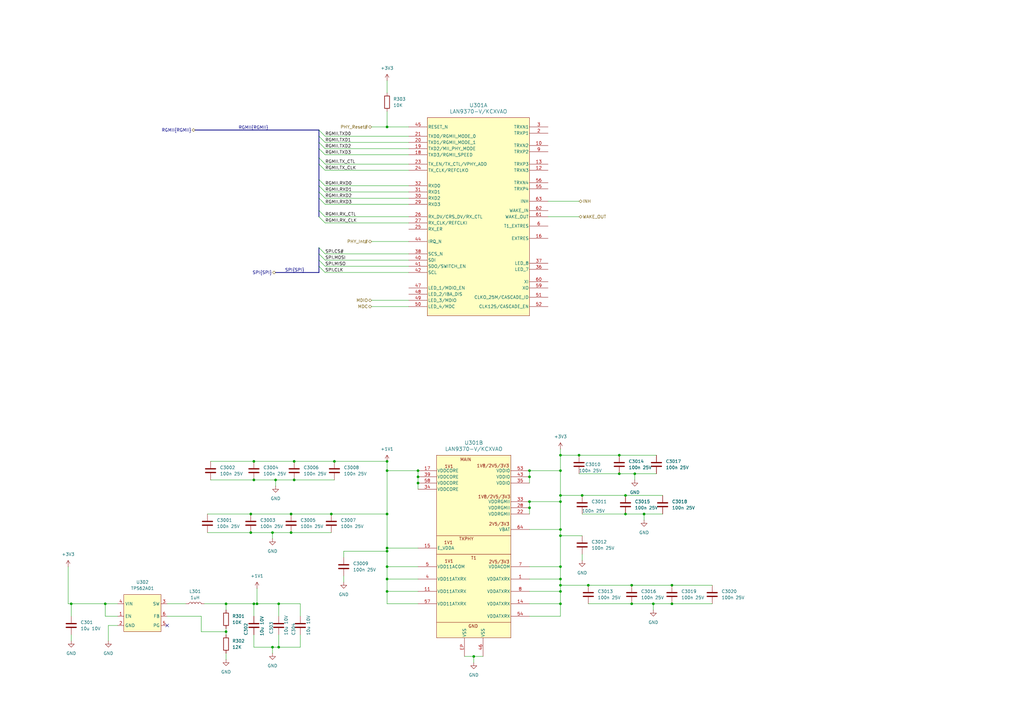
<source format=kicad_sch>
(kicad_sch (version 20231120) (generator "eeschema") (generator_version "8.0")
  (paper "A3")
  (lib_symbols
    (symbol "bt_Inductors:L;1uH;3.1A;55m;S;0805" (pin_numbers hide) (pin_names (offset 1.016) hide)
      (property "Reference" "L" (at -1.27 0 90))
      (property "Value" "1uH" (at 1.905 0 90))
      (symbol "L;1uH;3.1A;55m;S;0805_0_1"
        (arc (start 0 -2.54) (mid 0.6323 -1.905) (end 0 -1.27))
        (arc (start 0 -1.27) (mid 0.6323 -0.635) (end 0 0))
        (arc (start 0 0) (mid 0.6323 0.635) (end 0 1.27))
        (arc (start 0 1.27) (mid 0.6323 1.905) (end 0 2.54))
      )
      (symbol "L;1uH;3.1A;55m;S;0805_1_1"
        (pin passive line (at 0 3.81 270) (length 1.27) (name "1") (number "1"))
        (pin passive line (at 0 -3.81 90) (length 1.27) (name "2") (number "2"))
      )
    )
    (symbol "bt_capacitor:C;M;100n;10p;16V;S;0402" (pin_numbers hide) (pin_names (offset 0.254))
      (property "Reference" "C" (at 0.635 2.54 0))
      (property "Value" "100n 25V" (at 4.635 -2.54 0))
      (symbol "C;M;100n;10p;16V;S;0402_0_1"
        (polyline (pts (xy -2.032 -0.762) (xy 2.032 -0.762)) (stroke (width 0.508)))
        (polyline (pts (xy -2.032 0.762) (xy 2.032 0.762)) (stroke (width 0.508)))
      )
      (symbol "C;M;100n;10p;16V;S;0402_1_1"
        (pin passive line (at 0 3.81 270) (length 2.794) (name "~") (number "1"))
        (pin passive line (at 0 -3.81 90) (length 2.794) (name "~") (number "2"))
      )
    )
    (symbol "bt_capacitor:C;M;10u;10p;10V;S;0603" (pin_numbers hide) (pin_names (offset 0.254))
      (property "Reference" "C" (at 0.635 2.54 0))
      (property "Value" "10u 10V" (at 4.635 -2.54 0))
      (symbol "C;M;10u;10p;10V;S;0603_0_1"
        (polyline (pts (xy -2.032 -0.762) (xy 2.032 -0.762)) (stroke (width 0.508)))
        (polyline (pts (xy -2.032 0.762) (xy 2.032 0.762)) (stroke (width 0.508)))
      )
      (symbol "C;M;10u;10p;10V;S;0603_1_1"
        (pin passive line (at 0 3.81 270) (length 2.794) (name "~") (number "1"))
        (pin passive line (at 0 -3.81 90) (length 2.794) (name "~") (number "2"))
      )
    )
    (symbol "bt_communication:LAN9370-V_KCXVAO" (pin_names (offset 0.254))
      (property "Reference" "U" (at 30.988 1.524 0))
      (property "Value" "LAN9370-V/KCXVAO" (at 12.446 1.27 0))
      (symbol "LAN9370-V_KCXVAO_1_1"
        (rectangle (start 0 0) (end 41.91 -81.28) (fill (type background)))
        (pin unspecified line (at 49.53 -11.43 180) (length 7.62) (name "TRXN2") (number "10"))
        (pin unspecified line (at 49.53 -21.59 180) (length 7.62) (name "TRXN3") (number "12"))
        (pin unspecified line (at 49.53 -19.05 180) (length 7.62) (name "TRXP3") (number "13"))
        (pin unspecified line (at 49.53 -49.53 180) (length 7.62) (name "EXTRES") (number "16"))
        (pin output line (at -7.62 -15.24 0) (length 7.62) (name "TXD3/RGMII_SPEED") (number "18"))
        (pin output line (at -7.62 -12.7 0) (length 7.62) (name "TXD2/MII_PHY_MODE") (number "19"))
        (pin unspecified line (at 49.53 -6.35 180) (length 7.62) (name "TRXP1") (number "2"))
        (pin output line (at -7.62 -10.16 0) (length 7.62) (name "TXD1/RGMII_MODE_1") (number "20"))
        (pin output line (at -7.62 -7.62 0) (length 7.62) (name "TXD0/RGMII_MODE_0") (number "21"))
        (pin bidirectional line (at -7.62 -19.05 0) (length 7.62) (name "TX_EN/TX_CTL/VPHY_ADD") (number "23"))
        (pin bidirectional line (at -7.62 -21.59 0) (length 7.62) (name "TX_CLK/REFCLKO") (number "24"))
        (pin input line (at -7.62 -45.72 0) (length 7.62) (name "RX_ER") (number "25"))
        (pin input line (at -7.62 -40.64 0) (length 7.62) (name "RX_DV/CRS_DV/RX_CTL") (number "26"))
        (pin bidirectional line (at -7.62 -43.18 0) (length 7.62) (name "RX_CLK/REFCLKI") (number "27"))
        (pin input line (at -7.62 -35.56 0) (length 7.62) (name "RXD3") (number "29"))
        (pin unspecified line (at 49.53 -3.81 180) (length 7.62) (name "TRXN1") (number "3"))
        (pin input line (at -7.62 -33.02 0) (length 7.62) (name "RXD2") (number "30"))
        (pin input line (at -7.62 -30.48 0) (length 7.62) (name "RXD1") (number "31"))
        (pin input line (at -7.62 -27.94 0) (length 7.62) (name "RXD0") (number "32"))
        (pin bidirectional line (at 49.53 -62.23 180) (length 7.62) (name "LED_7") (number "36"))
        (pin bidirectional line (at 49.53 -59.69 180) (length 7.62) (name "LED_8") (number "37"))
        (pin input line (at -7.62 -55.88 0) (length 7.62) (name "SCS_N") (number "38"))
        (pin output line (at -7.62 -58.42 0) (length 7.62) (name "SDI") (number "40"))
        (pin input line (at -7.62 -60.96 0) (length 7.62) (name "SDO/SWITCH_EN") (number "41"))
        (pin input line (at -7.62 -63.5 0) (length 7.62) (name "SCL") (number "42"))
        (pin output line (at -7.62 -50.8 0) (length 7.62) (name "IRQ_N") (number "44"))
        (pin input line (at -7.62 -3.81 0) (length 7.62) (name "RESET_N") (number "45"))
        (pin bidirectional line (at -7.62 -69.85 0) (length 7.62) (name "LED_1/MDIO_EN") (number "47"))
        (pin bidirectional line (at -7.62 -72.39 0) (length 7.62) (name "LED_2/IBA_DIS") (number "48"))
        (pin bidirectional line (at -7.62 -74.93 0) (length 7.62) (name "LED_3/MDIO") (number "49"))
        (pin bidirectional line (at -7.62 -77.47 0) (length 7.62) (name "LED_4/MDC") (number "50"))
        (pin output line (at 49.53 -73.66 180) (length 7.62) (name "CLKO_25M/CASCADE_ID") (number "51"))
        (pin output line (at 49.53 -77.47 180) (length 7.62) (name "CLK125/CASCADE_EN") (number "52"))
        (pin unspecified line (at 49.53 -29.21 180) (length 7.62) (name "TRXP4") (number "55"))
        (pin unspecified line (at 49.53 -26.67 180) (length 7.62) (name "TRXN4") (number "56"))
        (pin output line (at 49.53 -69.85 180) (length 7.62) (name "XO") (number "59"))
        (pin unspecified line (at 49.53 -44.45 180) (length 7.62) (name "T1_EXTRES") (number "6"))
        (pin input line (at 49.53 -67.31 180) (length 7.62) (name "XI") (number "60"))
        (pin output line (at 49.53 -40.64 180) (length 7.62) (name "WAKE_OUT") (number "61"))
        (pin input line (at 49.53 -38.1 180) (length 7.62) (name "WAKE_IN") (number "62"))
        (pin input line (at 49.53 -34.29 180) (length 7.62) (name "INH") (number "63"))
        (pin unspecified line (at 49.53 -13.97 180) (length 7.62) (name "TRXP2") (number "9"))
      )
      (symbol "LAN9370-V_KCXVAO_2_1"
        (polyline (pts (xy 0 -40.64) (xy 30.48 -40.64)))
        (polyline (pts (xy 30.48 -68.58) (xy 0 -68.58)))
        (polyline (pts (xy 30.48 -33.02) (xy 0 -33.02)))
        (rectangle (start 0 0) (end 30.48 -74.93) (fill (type background)))
        (text "1V1" (at 4.826 -35.814 0) (effects (font (size 1.27 1.27))))
        (text "1V1" (at 5.08 -43.434 0) (effects (font (size 1.27 1.27))))
        (text "1V1" (at 5.08 -4.572 0) (effects (font (size 1.27 1.27))))
        (text "1V8/2V5/3V3" (at 23.114 -4.318 0) (effects (font (size 1.27 1.27))))
        (text "1V8/2V5/3V3" (at 23.622 -17.018 0) (effects (font (size 1.27 1.27))))
        (text "2V5/3V3" (at 25.654 -43.688 0) (effects (font (size 1.27 1.27))))
        (text "2V5/3V3" (at 25.654 -28.194 0) (effects (font (size 1.27 1.27))))
        (text "GND" (at 14.986 -70.104 0) (effects (font (size 1.27 1.27))))
        (text "MAIN" (at 11.938 -1.778 0) (effects (font (size 1.27 1.27))))
        (text "T1" (at 15.24 -42.164 0) (effects (font (size 1.27 1.27))))
        (text "TXPHY" (at 12.192 -34.29 0) (effects (font (size 1.27 1.27))))
        (pin power_in line (at 38.1 -50.8 180) (length 7.62) (name "VDDATXRX") (number "1"))
        (pin power_in line (at -7.62 -55.88 0) (length 7.62) (name "VDD11ATXRX") (number "11"))
        (pin power_in line (at 38.1 -60.96 180) (length 7.62) (name "VDDATXRX") (number "14"))
        (pin power_in line (at -7.62 -38.1 0) (length 7.62) (name "E_VDDA") (number "15"))
        (pin power_in line (at -7.62 -6.35 0) (length 7.62) (name "VDDCORE") (number "17"))
        (pin power_in line (at 38.1 -24.13 180) (length 7.62) (name "VDDRGMII") (number "22"))
        (pin power_in line (at 38.1 -21.59 180) (length 7.62) (name "VDDRGMII") (number "28"))
        (pin power_in line (at 38.1 -19.05 180) (length 7.62) (name "VDDRGMII") (number "33"))
        (pin power_in line (at -7.62 -13.97 0) (length 7.62) (name "VDDCORE") (number "34"))
        (pin power_in line (at 38.1 -11.43 180) (length 7.62) (name "VDDIO") (number "35"))
        (pin power_in line (at -7.62 -8.89 0) (length 7.62) (name "VDDCORE") (number "39"))
        (pin power_in line (at -7.62 -50.8 0) (length 7.62) (name "VDD11ATXRX") (number "4"))
        (pin power_in line (at 38.1 -8.89 180) (length 7.62) (name "VDDIO") (number "43"))
        (pin power_out line (at 19.05 -82.55 90) (length 7.62) (name "VSS") (number "46"))
        (pin power_in line (at -7.62 -45.72 0) (length 7.62) (name "VDD11ACOM") (number "5"))
        (pin power_in line (at 38.1 -6.35 180) (length 7.62) (name "VDDIO") (number "53"))
        (pin power_in line (at 38.1 -66.04 180) (length 7.62) (name "VDDATXRX") (number "54"))
        (pin power_in line (at -7.62 -60.96 0) (length 7.62) (name "VDD11ATXRX") (number "57"))
        (pin power_in line (at -7.62 -11.43 0) (length 7.62) (name "VDDCORE") (number "58"))
        (pin power_in line (at 38.1 -30.48 180) (length 7.62) (name "VBAT") (number "64"))
        (pin power_in line (at 38.1 -45.72 180) (length 7.62) (name "VDDACOM") (number "7"))
        (pin power_in line (at 38.1 -55.88 180) (length 7.62) (name "VDDATXRX") (number "8"))
        (pin power_out line (at 11.43 -82.55 90) (length 7.62) (name "VSS") (number "EP"))
      )
    )
    (symbol "bt_power:TPS62A01_SOT23"
      (property "Reference" "U" (at -6.35 7.62 0))
      (property "Value" "TPS62A01" (at -0.762 4.572 0))
      (symbol "TPS62A01_SOT23_0_1"
        (rectangle (start -7.62 6.35) (end 7.62 -8.89) (fill (type background)))
      )
      (symbol "TPS62A01_SOT23_1_0"
        (pin input line (at -10.16 -2.54 0) (length 2.54) (name "EN") (number "1"))
        (pin power_in line (at -10.16 -6.35 0) (length 2.54) (name "GND") (number "2"))
        (pin power_out line (at 10.16 2.54 180) (length 2.54) (name "SW") (number "3"))
        (pin power_in line (at -10.16 2.54 0) (length 2.54) (name "VIN") (number "4"))
        (pin open_collector line (at 10.16 -6.35 180) (length 2.54) (name "PG") (number "5"))
        (pin input line (at 10.16 -2.54 180) (length 2.54) (name "FB") (number "6"))
      )
    )
    (symbol "bt_resistors:R;G;10K;10P0;S;0603" (pin_numbers hide) (pin_names (offset 0))
      (property "Reference" "R" (at 2.032 0 90))
      (property "Value" "10K" (at 0 0 90))
      (symbol "R;G;10K;10P0;S;0603_0_1"
        (rectangle (start -1.016 -2.54) (end 1.016 2.54) (stroke (width 0.254)))
      )
      (symbol "R;G;10K;10P0;S;0603_1_1"
        (pin passive line (at 0 3.81 270) (length 1.27) (name "~") (number "1"))
        (pin passive line (at 0 -3.81 90) (length 1.27) (name "~") (number "2"))
      )
    )
    (symbol "bt_resistors:R;G;12K;10P0;S;0603" (pin_numbers hide) (pin_names (offset 0))
      (property "Reference" "R" (at 2.032 0 90))
      (property "Value" "12K" (at 0 0 90))
      (symbol "R;G;12K;10P0;S;0603_0_1"
        (rectangle (start -1.016 -2.54) (end 1.016 2.54) (stroke (width 0.254)))
      )
      (symbol "R;G;12K;10P0;S;0603_1_1"
        (pin passive line (at 0 3.81 270) (length 1.27) (name "~") (number "1"))
        (pin passive line (at 0 -3.81 90) (length 1.27) (name "~") (number "2"))
      )
    )
    (symbol "power:+1V1" (power) (pin_numbers hide) (pin_names (offset 0) hide)
      (property "Value" "+1V1" (at 0 3.556 0))
      (symbol "+1V1_0_1"
        (polyline (pts (xy -0.762 1.27) (xy 0 2.54)))
        (polyline (pts (xy 0 0) (xy 0 2.54)))
        (polyline (pts (xy 0 2.54) (xy 0.762 1.27)))
      )
      (symbol "+1V1_1_1"
        (pin power_in line (at 0 0 90) (length 0) (name "~") (number "1"))
      )
    )
    (symbol "power:+3.3V" (power) (pin_numbers hide) (pin_names (offset 0) hide)
      (property "Value" "+3.3V" (at 0 3.556 0))
      (symbol "+3.3V_0_1"
        (polyline (pts (xy -0.762 1.27) (xy 0 2.54)))
        (polyline (pts (xy 0 0) (xy 0 2.54)))
        (polyline (pts (xy 0 2.54) (xy 0.762 1.27)))
      )
      (symbol "+3.3V_1_1"
        (pin power_in line (at 0 0 90) (length 0) (name "~") (number "1"))
      )
    )
    (symbol "power:GND" (power) (pin_numbers hide) (pin_names (offset 0) hide)
      (property "Value" "GND" (at 0 -3.81 0))
      (symbol "GND_0_1"
        (polyline (pts (xy 0 0) (xy 0 -1.27) (xy 1.27 -1.27) (xy 0 -2.54) (xy -1.27 -1.27) (xy 0 -1.27)))
      )
      (symbol "GND_1_1"
        (pin power_in line (at 0 0 270) (length 0) (name "~") (number "1"))
      )
    )
  )
  (bus_alias "SPI" (members "CLK" "MISO" "MOSI" "CS#"))
  (junction (at 119.38 210.82))
  (junction (at 105.41 247.65))
  (junction (at 158.75 189.23))
  (junction (at 171.45 198.12))
  (junction (at 104.14 247.65))
  (junction (at 229.87 240.03))
  (junction (at 259.08 247.65))
  (junction (at 267.97 247.65))
  (junction (at 256.54 210.82))
  (junction (at 229.87 232.41))
  (junction (at 254 194.31))
  (junction (at 217.17 193.04))
  (junction (at 264.16 210.82))
  (junction (at 102.87 218.44))
  (junction (at 29.21 247.65))
  (junction (at 229.87 203.2))
  (junction (at 171.45 195.58))
  (junction (at 92.71 259.08))
  (junction (at 229.87 247.65))
  (junction (at 275.59 247.65))
  (junction (at 171.45 193.04))
  (junction (at 158.75 210.82))
  (junction (at 120.65 189.23))
  (junction (at 254 186.69))
  (junction (at 229.87 219.71))
  (junction (at 158.75 52.07))
  (junction (at 104.14 196.85))
  (junction (at 275.59 240.03))
  (junction (at 194.31 269.24))
  (junction (at 111.76 265.43))
  (junction (at 111.76 218.44))
  (junction (at 158.75 193.04))
  (junction (at 158.75 224.79))
  (junction (at 104.14 189.23))
  (junction (at 119.38 218.44))
  (junction (at 137.16 189.23))
  (junction (at 43.18 247.65))
  (junction (at 114.3 247.65))
  (junction (at 241.3 240.03))
  (junction (at 102.87 210.82))
  (junction (at 259.08 240.03))
  (junction (at 120.65 196.85))
  (junction (at 256.54 203.2))
  (junction (at 229.87 217.17))
  (junction (at 260.35 194.31))
  (junction (at 237.49 186.69))
  (junction (at 158.75 237.49))
  (junction (at 217.17 195.58))
  (junction (at 113.03 196.85))
  (junction (at 114.3 265.43))
  (junction (at 158.75 232.41))
  (junction (at 217.17 205.74))
  (junction (at 135.89 210.82))
  (junction (at 158.75 242.57))
  (junction (at 158.75 226.06))
  (junction (at 229.87 205.74))
  (junction (at 229.87 186.69))
  (junction (at 217.17 208.28))
  (junction (at 229.87 193.04))
  (junction (at 92.71 247.65))
  (junction (at 238.76 203.2))
  (junction (at 229.87 237.49))
  (junction (at 229.87 242.57))
  (no_connect (at 68.58 256.54))
  (bus_entry (at 130.81 73.66) (size 2.54 2.54))
  (bus_entry (at 130.81 67.31) (size 2.54 2.54))
  (bus_entry (at 130.81 81.28) (size 2.54 2.54))
  (bus_entry (at 130.81 101.6) (size 2.54 2.54))
  (bus_entry (at 130.81 86.36) (size 2.54 2.54))
  (bus_entry (at 130.81 53.34) (size 2.54 2.54))
  (bus_entry (at 130.81 88.9) (size 2.54 2.54))
  (bus_entry (at 130.81 106.68) (size 2.54 2.54))
  (bus_entry (at 130.81 55.88) (size 2.54 2.54))
  (bus_entry (at 130.81 60.96) (size 2.54 2.54))
  (bus_entry (at 130.81 58.42) (size 2.54 2.54))
  (bus_entry (at 130.81 104.14) (size 2.54 2.54))
  (bus_entry (at 130.81 78.74) (size 2.54 2.54))
  (bus_entry (at 130.81 76.2) (size 2.54 2.54))
  (bus_entry (at 130.81 64.77) (size 2.54 2.54))
  (bus_entry (at 130.81 109.22) (size 2.54 2.54))
  (wire (pts (xy 229.87 240.03) (xy 241.3 240.03)))
  (bus (pts (xy 130.81 86.36) (xy 130.81 81.28)))
  (wire (pts (xy 135.89 210.82) (xy 158.75 210.82)))
  (wire (pts (xy 241.3 247.65) (xy 259.08 247.65)))
  (wire (pts (xy 92.71 259.08) (xy 82.55 259.08)))
  (wire (pts (xy 133.35 106.68) (xy 167.64 106.68)))
  (wire (pts (xy 29.21 260.35) (xy 29.21 262.89)))
  (wire (pts (xy 158.75 45.72) (xy 158.75 52.07)))
  (wire (pts (xy 158.75 52.07) (xy 152.4 52.07)))
  (bus (pts (xy 130.81 76.2) (xy 130.81 73.66)))
  (wire (pts (xy 133.35 60.96) (xy 167.64 60.96)))
  (wire (pts (xy 92.71 267.97) (xy 92.71 270.51)))
  (wire (pts (xy 140.97 236.22) (xy 140.97 238.76)))
  (wire (pts (xy 264.16 210.82) (xy 271.78 210.82)))
  (wire (pts (xy 229.87 193.04) (xy 229.87 203.2)))
  (wire (pts (xy 48.26 252.73) (xy 43.18 252.73)))
  (wire (pts (xy 104.14 196.85) (xy 113.03 196.85)))
  (wire (pts (xy 133.35 58.42) (xy 167.64 58.42)))
  (wire (pts (xy 104.14 252.73) (xy 104.14 247.65)))
  (wire (pts (xy 194.31 269.24) (xy 198.12 269.24)))
  (wire (pts (xy 229.87 240.03) (xy 229.87 242.57)))
  (wire (pts (xy 237.49 186.69) (xy 254 186.69)))
  (wire (pts (xy 229.87 203.2) (xy 229.87 205.74)))
  (wire (pts (xy 217.17 217.17) (xy 229.87 217.17)))
  (wire (pts (xy 123.19 265.43) (xy 114.3 265.43)))
  (wire (pts (xy 217.17 247.65) (xy 229.87 247.65)))
  (wire (pts (xy 229.87 219.71) (xy 229.87 232.41)))
  (wire (pts (xy 275.59 240.03) (xy 292.1 240.03)))
  (wire (pts (xy 85.09 210.82) (xy 102.87 210.82)))
  (wire (pts (xy 92.71 247.65) (xy 104.14 247.65)))
  (wire (pts (xy 171.45 193.04) (xy 171.45 195.58)))
  (wire (pts (xy 256.54 210.82) (xy 264.16 210.82)))
  (wire (pts (xy 229.87 242.57) (xy 229.87 247.65)))
  (wire (pts (xy 238.76 203.2) (xy 256.54 203.2)))
  (wire (pts (xy 133.35 67.31) (xy 167.64 67.31)))
  (wire (pts (xy 254 194.31) (xy 260.35 194.31)))
  (wire (pts (xy 133.35 55.88) (xy 167.64 55.88)))
  (wire (pts (xy 137.16 189.23) (xy 158.75 189.23)))
  (wire (pts (xy 133.35 83.82) (xy 167.64 83.82)))
  (wire (pts (xy 43.18 247.65) (xy 29.21 247.65)))
  (wire (pts (xy 105.41 247.65) (xy 114.3 247.65)))
  (wire (pts (xy 158.75 210.82) (xy 158.75 224.79)))
  (wire (pts (xy 267.97 247.65) (xy 275.59 247.65)))
  (wire (pts (xy 133.35 88.9) (xy 167.64 88.9)))
  (bus (pts (xy 130.81 109.22) (xy 130.81 106.68)))
  (wire (pts (xy 133.35 76.2) (xy 167.64 76.2)))
  (wire (pts (xy 27.94 232.41) (xy 27.94 247.65)))
  (wire (pts (xy 256.54 203.2) (xy 271.78 203.2)))
  (wire (pts (xy 133.35 91.44) (xy 167.64 91.44)))
  (wire (pts (xy 275.59 247.65) (xy 292.1 247.65)))
  (wire (pts (xy 167.64 52.07) (xy 158.75 52.07)))
  (wire (pts (xy 113.03 196.85) (xy 120.65 196.85)))
  (wire (pts (xy 158.75 226.06) (xy 158.75 232.41)))
  (wire (pts (xy 104.14 247.65) (xy 105.41 247.65)))
  (wire (pts (xy 158.75 232.41) (xy 158.75 237.49)))
  (wire (pts (xy 158.75 232.41) (xy 171.45 232.41)))
  (bus (pts (xy 130.81 104.14) (xy 130.81 101.6)))
  (wire (pts (xy 85.09 218.44) (xy 102.87 218.44)))
  (wire (pts (xy 158.75 242.57) (xy 171.45 242.57)))
  (wire (pts (xy 123.19 260.35) (xy 123.19 265.43)))
  (bus (pts (xy 130.81 58.42) (xy 130.81 55.88)))
  (wire (pts (xy 29.21 247.65) (xy 29.21 252.73)))
  (wire (pts (xy 113.03 196.85) (xy 113.03 199.39)))
  (wire (pts (xy 254 186.69) (xy 269.24 186.69)))
  (wire (pts (xy 167.64 125.73) (xy 152.4 125.73)))
  (wire (pts (xy 104.14 189.23) (xy 120.65 189.23)))
  (wire (pts (xy 167.64 123.19) (xy 152.4 123.19)))
  (wire (pts (xy 217.17 252.73) (xy 229.87 252.73)))
  (wire (pts (xy 229.87 205.74) (xy 229.87 217.17)))
  (wire (pts (xy 217.17 205.74) (xy 217.17 208.28)))
  (wire (pts (xy 224.79 82.55) (xy 237.49 82.55)))
  (wire (pts (xy 92.71 247.65) (xy 92.71 250.19)))
  (bus (pts (xy 130.81 109.22) (xy 130.81 111.76)))
  (wire (pts (xy 86.36 196.85) (xy 104.14 196.85)))
  (wire (pts (xy 229.87 184.15) (xy 229.87 186.69)))
  (wire (pts (xy 229.87 186.69) (xy 237.49 186.69)))
  (wire (pts (xy 224.79 88.9) (xy 237.49 88.9)))
  (wire (pts (xy 229.87 232.41) (xy 229.87 237.49)))
  (wire (pts (xy 217.17 237.49) (xy 229.87 237.49)))
  (wire (pts (xy 190.5 269.24) (xy 194.31 269.24)))
  (wire (pts (xy 111.76 265.43) (xy 104.14 265.43)))
  (wire (pts (xy 133.35 81.28) (xy 167.64 81.28)))
  (bus (pts (xy 130.81 88.9) (xy 130.81 86.36)))
  (wire (pts (xy 102.87 218.44) (xy 111.76 218.44)))
  (wire (pts (xy 158.75 193.04) (xy 171.45 193.04)))
  (wire (pts (xy 114.3 247.65) (xy 123.19 247.65)))
  (wire (pts (xy 133.35 109.22) (xy 167.64 109.22)))
  (wire (pts (xy 133.35 78.74) (xy 167.64 78.74)))
  (wire (pts (xy 237.49 194.31) (xy 254 194.31)))
  (wire (pts (xy 158.75 237.49) (xy 171.45 237.49)))
  (wire (pts (xy 229.87 186.69) (xy 229.87 193.04)))
  (wire (pts (xy 48.26 247.65) (xy 43.18 247.65)))
  (bus (pts (xy 130.81 81.28) (xy 130.81 78.74)))
  (wire (pts (xy 133.35 104.14) (xy 167.64 104.14)))
  (wire (pts (xy 158.75 242.57) (xy 158.75 247.65)))
  (wire (pts (xy 92.71 257.81) (xy 92.71 259.08)))
  (wire (pts (xy 44.45 256.54) (xy 44.45 262.89)))
  (wire (pts (xy 68.58 247.65) (xy 76.2 247.65)))
  (wire (pts (xy 217.17 232.41) (xy 229.87 232.41)))
  (wire (pts (xy 158.75 33.02) (xy 158.75 38.1)))
  (wire (pts (xy 267.97 247.65) (xy 267.97 250.19)))
  (bus (pts (xy 130.81 73.66) (xy 130.81 67.31)))
  (wire (pts (xy 102.87 210.82) (xy 119.38 210.82)))
  (bus (pts (xy 130.81 78.74) (xy 130.81 76.2)))
  (wire (pts (xy 238.76 227.33) (xy 238.76 229.87)))
  (wire (pts (xy 48.26 256.54) (xy 44.45 256.54)))
  (wire (pts (xy 43.18 252.73) (xy 43.18 247.65)))
  (wire (pts (xy 133.35 63.5) (xy 167.64 63.5)))
  (bus (pts (xy 130.81 64.77) (xy 130.81 60.96)))
  (bus (pts (xy 130.81 106.68) (xy 130.81 104.14)))
  (wire (pts (xy 171.45 198.12) (xy 171.45 200.66)))
  (wire (pts (xy 104.14 265.43) (xy 104.14 260.35)))
  (wire (pts (xy 29.21 247.65) (xy 27.94 247.65)))
  (wire (pts (xy 119.38 218.44) (xy 135.89 218.44)))
  (bus (pts (xy 113.03 111.76) (xy 130.81 111.76)))
  (wire (pts (xy 259.08 240.03) (xy 275.59 240.03)))
  (wire (pts (xy 140.97 226.06) (xy 158.75 226.06)))
  (wire (pts (xy 120.65 196.85) (xy 137.16 196.85)))
  (wire (pts (xy 86.36 189.23) (xy 104.14 189.23)))
  (wire (pts (xy 82.55 252.73) (xy 68.58 252.73)))
  (wire (pts (xy 171.45 195.58) (xy 171.45 198.12)))
  (wire (pts (xy 82.55 259.08) (xy 82.55 252.73)))
  (wire (pts (xy 238.76 210.82) (xy 256.54 210.82)))
  (wire (pts (xy 158.75 193.04) (xy 158.75 210.82)))
  (wire (pts (xy 260.35 194.31) (xy 260.35 196.85)))
  (bus (pts (xy 130.81 67.31) (xy 130.81 64.77)))
  (wire (pts (xy 105.41 241.3) (xy 105.41 247.65)))
  (bus (pts (xy 130.81 60.96) (xy 130.81 58.42)))
  (wire (pts (xy 217.17 193.04) (xy 217.17 195.58)))
  (wire (pts (xy 158.75 247.65) (xy 171.45 247.65)))
  (wire (pts (xy 119.38 210.82) (xy 135.89 210.82)))
  (wire (pts (xy 133.35 111.76) (xy 167.64 111.76)))
  (bus (pts (xy 130.81 55.88) (xy 130.81 53.34)))
  (wire (pts (xy 158.75 189.23) (xy 158.75 193.04)))
  (wire (pts (xy 158.75 224.79) (xy 171.45 224.79)))
  (wire (pts (xy 158.75 237.49) (xy 158.75 242.57)))
  (wire (pts (xy 120.65 189.23) (xy 137.16 189.23)))
  (wire (pts (xy 217.17 193.04) (xy 229.87 193.04)))
  (wire (pts (xy 260.35 194.31) (xy 269.24 194.31)))
  (wire (pts (xy 259.08 247.65) (xy 267.97 247.65)))
  (wire (pts (xy 217.17 208.28) (xy 217.17 210.82)))
  (wire (pts (xy 111.76 265.43) (xy 111.76 267.97)))
  (wire (pts (xy 229.87 219.71) (xy 238.76 219.71)))
  (wire (pts (xy 194.31 269.24) (xy 194.31 271.78)))
  (wire (pts (xy 229.87 237.49) (xy 229.87 240.03)))
  (wire (pts (xy 111.76 218.44) (xy 111.76 220.98)))
  (wire (pts (xy 92.71 259.08) (xy 92.71 260.35)))
  (wire (pts (xy 264.16 210.82) (xy 264.16 213.36)))
  (wire (pts (xy 167.64 99.06) (xy 152.4 99.06)))
  (wire (pts (xy 229.87 217.17) (xy 229.87 219.71)))
  (wire (pts (xy 83.82 247.65) (xy 92.71 247.65)))
  (wire (pts (xy 114.3 260.35) (xy 114.3 265.43)))
  (wire (pts (xy 217.17 195.58) (xy 217.17 198.12)))
  (wire (pts (xy 241.3 240.03) (xy 259.08 240.03)))
  (wire (pts (xy 229.87 203.2) (xy 238.76 203.2)))
  (wire (pts (xy 158.75 224.79) (xy 158.75 226.06)))
  (wire (pts (xy 123.19 247.65) (xy 123.19 252.73)))
  (wire (pts (xy 114.3 265.43) (xy 111.76 265.43)))
  (wire (pts (xy 229.87 247.65) (xy 229.87 252.73)))
  (wire (pts (xy 217.17 205.74) (xy 229.87 205.74)))
  (wire (pts (xy 133.35 69.85) (xy 167.64 69.85)))
  (wire (pts (xy 140.97 228.6) (xy 140.97 226.06)))
  (wire (pts (xy 114.3 247.65) (xy 114.3 252.73)))
  (wire (pts (xy 111.76 218.44) (xy 119.38 218.44)))
  (bus (pts (xy 80.01 53.34) (xy 130.81 53.34)))
  (wire (pts (xy 217.17 242.57) (xy 229.87 242.57)))
  (label "RGMII.TX_CTL" (at 133.35 67.31 0))
  (label "RGMII.TXD1" (at 133.35 58.42 0))
  (label "RGMII.RX_CLK" (at 133.35 91.44 0))
  (label "SPI.MISO" (at 133.35 109.22 0))
  (label "RGMII.RXD1" (at 133.35 78.74 0))
  (label "RGMII.TXD0" (at 133.35 55.88 0))
  (label "RGMII.RXD2" (at 133.35 81.28 0))
  (label "SPI.CLK" (at 133.35 111.76 0))
  (label "RGMII.TXD2" (at 133.35 60.96 0))
  (label "SPI{SPI}" (at 116.84 111.76 0))
  (label "RGMII{RGMII}" (at 97.79 53.34 0))
  (label "RGMII.TXD3" (at 133.35 63.5 0))
  (label "RGMII.RXD0" (at 133.35 76.2 0))
  (label "RGMII.RX_CTL" (at 133.35 88.9 0))
  (label "SPI.CS#" (at 133.35 104.14 0))
  (label "RGMII.TX_CLK" (at 133.35 69.85 0))
  (label "RGMII.RXD3" (at 133.35 83.82 0))
  (label "SPI.MOSI" (at 133.35 106.68 0))
  (hierarchical_label "WAKE_OUT" (shape bidirectional) (at 237.49 88.9 0))
  (hierarchical_label "PHY_Int#" (shape bidirectional) (at 152.4 99.06 180))
  (hierarchical_label "SPI{SPI}" (shape bidirectional) (at 113.03 111.76 180))
  (hierarchical_label "RGMII{RGMII}" (shape bidirectional) (at 80.01 53.34 180))
  (hierarchical_label "INH" (shape bidirectional) (at 237.49 82.55 0))
  (hierarchical_label "PHY_Reset#" (shape bidirectional) (at 152.4 52.07 180))
  (hierarchical_label "MDIO" (shape bidirectional) (at 152.4 123.19 180))
  (hierarchical_label "MDC" (shape bidirectional) (at 152.4 125.73 180))
  (symbol (lib_id "power:GND") (at 260.35 196.85 0) (unit 1)
    (property "Reference" "#PWR03005" (effects (hide yes)))
    (property "Value" "GND" (at 260.35 201.93 0))
    (property "Description" "Power symbol creates a global label with name \"GND\" , ground" (effects (hide yes)))
  )
  (symbol (lib_id "bt_capacitor:C;M;100n;10p;16V;S;0402") (at 135.89 214.63 0) (unit 1)
    (property "Reference" "C3007" (at 139.7 213.3599 0) (effects (justify left)))
    (property "Value" "100n 25V" (at 139.7 215.8999 0) (effects (justify left)))
    (property "Footprint" "Capacitor_SMD:C_0402_1005Metric" (effects (hide yes)))
    (property "Description" "Capacitor" (effects (hide yes)))
    (property "MPN" "C;M;100n;10p;16V;S;0402" (effects (hide yes)))
    (property "CPN" "BT00024-091000" (effects (hide yes)))
  )
  (symbol (lib_id "power:GND") (at 111.76 267.97 0) (unit 1)
    (property "Reference" "#PWR0306" (effects (hide yes)))
    (property "Value" "GND" (at 111.76 273.05 0))
    (property "Description" "Power symbol creates a global label with name \"GND\" , ground" (effects (hide yes)))
  )
  (symbol (lib_id "bt_capacitor:C;M;100n;10p;16V;S;0402") (at 237.49 190.5 0) (unit 1)
    (property "Reference" "C3010" (at 240.03 190.4999 0) (effects (justify left)))
    (property "Value" "100n 25V" (at 242.125 193.04 0))
    (property "Footprint" "Capacitor_SMD:C_0402_1005Metric" (effects (hide yes)))
    (property "Description" "Capacitor" (effects (hide yes)))
    (property "MPN" "C;M;100n;10p;16V;S;0402" (effects (hide yes)))
    (property "CPN" "BT00024-091000" (effects (hide yes)))
  )
  (symbol (lib_id "bt_capacitor:C;M;100n;10p;16V;S;0402") (at 254 190.5 0) (unit 1)
    (property "Reference" "C3014" (at 257.81 189.2299 0) (effects (justify left)))
    (property "Value" "100n 25V" (at 257.81 191.7699 0) (effects (justify left)))
    (property "Footprint" "Capacitor_SMD:C_0402_1005Metric" (effects (hide yes)))
    (property "Description" "Capacitor" (effects (hide yes)))
    (property "MPN" "C;M;100n;10p;16V;S;0402" (effects (hide yes)))
    (property "CPN" "BT00024-091000" (effects (hide yes)))
  )
  (symbol (lib_id "power:+3.3V") (at 158.75 33.02 0) (unit 1)
    (property "Reference" "#PWR0308" (effects (hide yes)))
    (property "Value" "+3V3" (at 158.75 27.94 0))
    (property "Description" "Power symbol creates a global label with name \"+3.3V\"" (effects (hide yes)))
  )
  (symbol (lib_id "power:GND") (at 194.31 271.78 0) (unit 1)
    (property "Reference" "#PWR0304" (effects (hide yes)))
    (property "Value" "GND" (at 194.31 276.86 0))
    (property "Description" "Power symbol creates a global label with name \"GND\" , ground" (effects (hide yes)))
  )
  (symbol (lib_id "bt_capacitor:C;M;100n;10p;16V;S;0402") (at 120.65 193.04 0) (unit 1)
    (property "Reference" "C3006" (at 124.46 191.7699 0) (effects (justify left)))
    (property "Value" "100n 25V" (at 124.46 194.3099 0) (effects (justify left)))
    (property "Footprint" "Capacitor_SMD:C_0402_1005Metric" (effects (hide yes)))
    (property "Description" "Capacitor" (effects (hide yes)))
    (property "MPN" "C;M;100n;10p;16V;S;0402" (effects (hide yes)))
    (property "CPN" "BT00024-091000" (effects (hide yes)))
  )
  (symbol (lib_id "bt_capacitor:C;M;100n;10p;16V;S;0402") (at 102.87 214.63 0) (unit 1)
    (property "Reference" "C3003" (at 106.68 213.3599 0) (effects (justify left)))
    (property "Value" "100n 25V" (at 106.68 215.8999 0) (effects (justify left)))
    (property "Footprint" "Capacitor_SMD:C_0402_1005Metric" (effects (hide yes)))
    (property "Description" "Capacitor" (effects (hide yes)))
    (property "MPN" "C;M;100n;10p;16V;S;0402" (effects (hide yes)))
    (property "CPN" "BT00024-091000" (effects (hide yes)))
  )
  (symbol (lib_id "bt_capacitor:C;M;100n;10p;16V;S;0402") (at 85.09 214.63 0) (unit 1)
    (property "Reference" "C3001" (at 88.9 213.3599 0) (effects (justify left)))
    (property "Value" "100n 25V" (at 88.9 215.8999 0) (effects (justify left)))
    (property "Footprint" "Capacitor_SMD:C_0402_1005Metric" (effects (hide yes)))
    (property "Description" "Capacitor" (effects (hide yes)))
    (property "MPN" "C;M;100n;10p;16V;S;0402" (effects (hide yes)))
    (property "CPN" "BT00024-091000" (effects (hide yes)))
  )
  (symbol (lib_id "power:GND") (at 29.21 262.89 0) (unit 1)
    (property "Reference" "#PWR0307" (effects (hide yes)))
    (property "Value" "GND" (at 29.21 267.97 0))
    (property "Description" "Power symbol creates a global label with name \"GND\" , ground" (effects (hide yes)))
  )
  (symbol (lib_id "bt_capacitor:C;M;100n;10p;16V;S;0402") (at 238.76 223.52 0) (unit 1)
    (property "Reference" "C3012" (at 242.57 222.2499 0) (effects (justify left)))
    (property "Value" "100n 25V" (at 242.57 224.7899 0) (effects (justify left)))
    (property "Footprint" "Capacitor_SMD:C_0402_1005Metric" (effects (hide yes)))
    (property "Description" "Capacitor" (effects (hide yes)))
    (property "MPN" "C;M;100n;10p;16V;S;0402" (effects (hide yes)))
    (property "CPN" "BT00024-091000" (effects (hide yes)))
  )
  (symbol (lib_id "bt_capacitor:C;M;100n;10p;16V;S;0402") (at 104.14 193.04 0) (unit 1)
    (property "Reference" "C3004" (at 107.95 191.7699 0) (effects (justify left)))
    (property "Value" "100n 25V" (at 107.95 194.3099 0) (effects (justify left)))
    (property "Footprint" "Capacitor_SMD:C_0402_1005Metric" (effects (hide yes)))
    (property "Description" "Capacitor" (effects (hide yes)))
    (property "MPN" "C;M;100n;10p;16V;S;0402" (effects (hide yes)))
    (property "CPN" "BT00024-091000" (effects (hide yes)))
  )
  (symbol (lib_id "power:GND") (at 92.71 270.51 0) (unit 1)
    (property "Reference" "#PWR0305" (effects (hide yes)))
    (property "Value" "GND" (at 92.71 275.59 0))
    (property "Description" "Power symbol creates a global label with name \"GND\" , ground" (effects (hide yes)))
  )
  (symbol (lib_id "bt_resistors:R;G;10K;10P0;S;0603") (at 158.75 41.91 0) (unit 1)
    (property "Reference" "R303" (at 161.29 40.6399 0) (effects (justify left)))
    (property "Value" "10K" (at 161.29 43.1799 0) (effects (justify left)))
    (property "Footprint" "Resistor_SMD:R_0603_1608Metric" (effects (hide yes)))
    (property "Description" "Resistor" (effects (hide yes)))
    (property "MPN" "R;G;10K;10P0;S;0603" (effects (hide yes)))
    (property "CPN" "BT00002-30100" (effects (hide yes)))
  )
  (symbol (lib_id "bt_capacitor:C;M;100n;10p;16V;S;0402") (at 137.16 193.04 0) (unit 1)
    (property "Reference" "C3008" (at 140.97 191.7699 0) (effects (justify left)))
    (property "Value" "100n 25V" (at 140.97 194.3099 0) (effects (justify left)))
    (property "Footprint" "Capacitor_SMD:C_0402_1005Metric" (effects (hide yes)))
    (property "Description" "Capacitor" (effects (hide yes)))
    (property "MPN" "C;M;100n;10p;16V;S;0402" (effects (hide yes)))
    (property "CPN" "BT00024-091000" (effects (hide yes)))
  )
  (symbol (lib_id "bt_power:TPS62A01_SOT23") (at 58.42 250.19 0) (unit 1)
    (property "Reference" "U302" (at 58.42 238.76 0))
    (property "Value" "TPS62A01" (at 58.42 241.3 0))
    (property "Footprint" "Package_TO_SOT_SMD:SOT-23-6" (effects (hide yes)))
    (property "Description" "TPS62A01 1A SOT-23" (effects (hide yes)))
    (property "CPN" "BT03005-00002" (effects (hide yes)))
    (property "MPN" "TPS62A01" (effects (hide yes)))
  )
  (symbol (lib_id "bt_capacitor:C;M;10u;10p;10V;S;0603") (at 104.14 256.54 0) (unit 1)
    (property "Reference" "C302" (at 100.838 260.604 90) (effects (justify left)))
    (property "Value" "10u 10V" (at 107.442 260.858 90) (effects (justify left)))
    (property "Footprint" "Capacitor_SMD:C_0603_1608Metric" (effects (hide yes)))
    (property "Description" "Capacitor" (effects (hide yes)))
    (property "MPN" "C;M;10u;10p;10V;S;0603" (effects (hide yes)))
    (property "CPN" "BT00010-060100" (effects (hide yes)))
  )
  (symbol (lib_id "bt_capacitor:C;M;100n;10p;16V;S;0402") (at 271.78 207.01 0) (unit 1)
    (property "Reference" "C3018" (at 275.59 205.7399 0) (effects (justify left)))
    (property "Value" "100n 25V" (at 275.59 208.2799 0) (effects (justify left)))
    (property "Footprint" "Capacitor_SMD:C_0402_1005Metric" (effects (hide yes)))
    (property "Description" "Capacitor" (effects (hide yes)))
    (property "MPN" "C;M;100n;10p;16V;S;0402" (effects (hide yes)))
    (property "CPN" "BT00024-091000" (effects (hide yes)))
  )
  (symbol (lib_id "power:+1V1") (at 105.41 241.3 0) (unit 1)
    (property "Reference" "#PWR0301" (effects (hide yes)))
    (property "Value" "+1V1" (at 105.41 236.22 0))
    (property "Description" "Power symbol creates a global label with name \"+1V1\"" (effects (hide yes)))
  )
  (symbol (lib_id "power:GND") (at 44.45 262.89 0) (unit 1)
    (property "Reference" "#PWR0303" (effects (hide yes)))
    (property "Value" "GND" (at 44.45 267.97 0))
    (property "Description" "Power symbol creates a global label with name \"GND\" , ground" (effects (hide yes)))
  )
  (symbol (lib_id "bt_capacitor:C;M;100n;10p;16V;S;0402") (at 275.59 243.84 0) (unit 1)
    (property "Reference" "C3019" (at 279.4 242.5699 0) (effects (justify left)))
    (property "Value" "100n 25V" (at 279.4 245.1099 0) (effects (justify left)))
    (property "Footprint" "Capacitor_SMD:C_0402_1005Metric" (effects (hide yes)))
    (property "Description" "Capacitor" (effects (hide yes)))
    (property "MPN" "C;M;100n;10p;16V;S;0402" (effects (hide yes)))
    (property "CPN" "BT00024-091000" (effects (hide yes)))
  )
  (symbol (lib_id "power:GND") (at 113.03 199.39 0) (unit 1)
    (property "Reference" "#PWR03007" (effects (hide yes)))
    (property "Value" "GND" (at 113.03 204.47 0))
    (property "Description" "Power symbol creates a global label with name \"GND\" , ground" (effects (hide yes)))
  )
  (symbol (lib_id "bt_capacitor:C;M;10u;10p;10V;S;0603") (at 123.19 256.54 0) (unit 1)
    (property "Reference" "C304" (at 120.396 260.604 90) (effects (justify left)))
    (property "Value" "10u 10V" (at 126.492 260.604 90) (effects (justify left)))
    (property "Footprint" "Capacitor_SMD:C_0603_1608Metric" (effects (hide yes)))
    (property "Description" "Capacitor" (effects (hide yes)))
    (property "MPN" "C;M;10u;10p;10V;S;0603" (effects (hide yes)))
    (property "CPN" "BT00010-060100" (effects (hide yes)))
  )
  (symbol (lib_id "power:+3.3V") (at 27.94 232.41 0) (unit 1)
    (property "Reference" "#PWR0302" (effects (hide yes)))
    (property "Value" "+3V3" (at 27.94 227.33 0))
    (property "Description" "Power symbol creates a global label with name \"+3.3V\"" (effects (hide yes)))
  )
  (symbol (lib_id "bt_capacitor:C;M;10u;10p;10V;S;0603") (at 29.21 256.54 0) (unit 1)
    (property "Reference" "C301" (at 33.02 255.2699 0) (effects (justify left)))
    (property "Value" "10u 10V" (at 33.02 257.8099 0) (effects (justify left)))
    (property "Footprint" "Capacitor_SMD:C_0603_1608Metric" (effects (hide yes)))
    (property "Description" "Capacitor" (effects (hide yes)))
    (property "MPN" "C;M;10u;10p;10V;S;0603" (effects (hide yes)))
    (property "CPN" "BT00010-060100" (effects (hide yes)))
  )
  (symbol (lib_id "power:GND") (at 267.97 250.19 0) (unit 1)
    (property "Reference" "#PWR03003" (effects (hide yes)))
    (property "Value" "GND" (at 267.97 255.27 0))
    (property "Description" "Power symbol creates a global label with name \"GND\" , ground" (effects (hide yes)))
  )
  (symbol (lib_id "bt_capacitor:C;M;100n;10p;16V;S;0402") (at 140.97 232.41 0) (unit 1)
    (property "Reference" "C3009" (at 144.78 231.1399 0) (effects (justify left)))
    (property "Value" "100n 25V" (at 144.78 233.6799 0) (effects (justify left)))
    (property "Footprint" "Capacitor_SMD:C_0402_1005Metric" (effects (hide yes)))
    (property "Description" "Capacitor" (effects (hide yes)))
    (property "MPN" "C;M;100n;10p;16V;S;0402" (effects (hide yes)))
    (property "CPN" "BT00024-091000" (effects (hide yes)))
  )
  (symbol (lib_id "bt_capacitor:C;M;100n;10p;16V;S;0402") (at 238.76 207.01 0) (unit 1)
    (property "Reference" "C3011" (at 242.57 205.7399 0) (effects (justify left)))
    (property "Value" "100n 25V" (at 243.395 209.55 0))
    (property "Footprint" "Capacitor_SMD:C_0402_1005Metric" (effects (hide yes)))
    (property "Description" "Capacitor" (effects (hide yes)))
    (property "MPN" "C;M;100n;10p;16V;S;0402" (effects (hide yes)))
    (property "CPN" "BT00024-091000" (effects (hide yes)))
  )
  (symbol (lib_id "bt_communication:LAN9370-V_KCXVAO") (at 179.07 186.69 0) (unit 2)
    (property "Reference" "U301" (at 194.31 181.61 0) (effects (font (size 1.524 1.524))))
    (property "Value" "LAN9370-V/KCXVAO" (at 194.31 184.15 0) (effects (font (size 1.524 1.524))))
    (property "Footprint" "bt_footprints:VQFN64_KCX_6.5X6.5EPAD_MCH" (effects (hide yes)))
    (property "Datasheet" "LAN9370-V/KCXVAO" (effects (hide yes)))
    (property "Description" "4 PORT T1 switch" (effects (hide yes)))
    (property "CPN" "BT02011-00001" (effects (hide yes)))
    (property "MPN" "LAN9370" (effects (hide yes)))
  )
  (symbol (lib_id "power:GND") (at 140.97 238.76 0) (unit 1)
    (property "Reference" "#PWR03009" (effects (hide yes)))
    (property "Value" "GND" (at 140.97 243.84 0))
    (property "Description" "Power symbol creates a global label with name \"GND\" , ground" (effects (hide yes)))
  )
  (symbol (lib_id "bt_capacitor:C;M;100n;10p;16V;S;0402") (at 119.38 214.63 0) (unit 1)
    (property "Reference" "C3005" (at 123.19 213.3599 0) (effects (justify left)))
    (property "Value" "100n 25V" (at 123.19 215.8999 0) (effects (justify left)))
    (property "Footprint" "Capacitor_SMD:C_0402_1005Metric" (effects (hide yes)))
    (property "Description" "Capacitor" (effects (hide yes)))
    (property "MPN" "C;M;100n;10p;16V;S;0402" (effects (hide yes)))
    (property "CPN" "BT00024-091000" (effects (hide yes)))
  )
  (symbol (lib_id "bt_communication:LAN9370-V_KCXVAO") (at 175.26 48.26 0) (unit 1)
    (property "Reference" "U301" (at 196.215 43.18 0) (effects (font (size 1.524 1.524))))
    (property "Value" "LAN9370-V/KCXVAO" (at 196.215 45.72 0) (effects (font (size 1.524 1.524))))
    (property "Footprint" "bt_footprints:VQFN64_KCX_6.5X6.5EPAD_MCH" (effects (hide yes)))
    (property "Datasheet" "LAN9370-V/KCXVAO" (effects (hide yes)))
    (property "Description" "4 PORT T1 switch" (effects (hide yes)))
    (property "CPN" "BT02011-00001" (effects (hide yes)))
    (property "MPN" "LAN9370" (effects (hide yes)))
  )
  (symbol (lib_id "bt_capacitor:C;M;100n;10p;16V;S;0402") (at 259.08 243.84 0) (unit 1)
    (property "Reference" "C3016" (at 262.89 242.5699 0) (effects (justify left)))
    (property "Value" "100n 25V" (at 262.89 245.1099 0) (effects (justify left)))
    (property "Footprint" "Capacitor_SMD:C_0402_1005Metric" (effects (hide yes)))
    (property "Description" "Capacitor" (effects (hide yes)))
    (property "MPN" "C;M;100n;10p;16V;S;0402" (effects (hide yes)))
    (property "CPN" "BT00024-091000" (effects (hide yes)))
  )
  (symbol (lib_id "bt_capacitor:C;M;100n;10p;16V;S;0402") (at 256.54 207.01 0) (unit 1)
    (property "Reference" "C3015" (at 260.35 205.7399 0) (effects (justify left)))
    (property "Value" "100n 25V" (at 260.35 208.2799 0) (effects (justify left)))
    (property "Footprint" "Capacitor_SMD:C_0402_1005Metric" (effects (hide yes)))
    (property "Description" "Capacitor" (effects (hide yes)))
    (property "MPN" "C;M;100n;10p;16V;S;0402" (effects (hide yes)))
    (property "CPN" "BT00024-091000" (effects (hide yes)))
  )
  (symbol (lib_id "power:GND") (at 238.76 229.87 0) (unit 1)
    (property "Reference" "#PWR03006" (effects (hide yes)))
    (property "Value" "GND" (at 238.76 234.95 0))
    (property "Description" "Power symbol creates a global label with name \"GND\" , ground" (effects (hide yes)))
  )
  (symbol (lib_id "bt_resistors:R;G;12K;10P0;S;0603") (at 92.71 264.16 0) (unit 1)
    (property "Reference" "R302" (at 95.25 262.8899 0) (effects (justify left)))
    (property "Value" "12K" (at 95.25 265.4299 0) (effects (justify left)))
    (property "Footprint" "Resistor_SMD:R_0603_1608Metric" (effects (hide yes)))
    (property "Description" "Resistor" (effects (hide yes)))
    (property "MPN" "R;G;T1;S;P0603;NA" (effects (hide yes)))
    (property "CPN" "BT00002-30120" (effects (hide yes)))
  )
  (symbol (lib_id "bt_Inductors:L;1uH;3.1A;55m;S;0805") (at 80.01 247.65 90) (unit 1)
    (property "Reference" "L301" (at 80.01 242.57 90))
    (property "Value" "1uH" (at 80.01 245.11 90))
    (property "Footprint" "Inductor_SMD:L_0805_2012Metric" (effects (hide yes)))
    (property "Description" "Inductor 1uH 3.1A 55m" (effects (hide yes)))
    (property "CPN" "BT00200-00001" (effects (hide yes)))
    (property "MPN" "CIGT201208EH1R0MNE" (effects (hide yes)))
  )
  (symbol (lib_id "power:+1V1") (at 158.75 189.23 0) (unit 1)
    (property "Reference" "#PWR03001" (effects (hide yes)))
    (property "Value" "+1V1" (at 158.75 184.15 0))
    (property "Description" "Power symbol creates a global label with name \"+1V1\"" (effects (hide yes)))
  )
  (symbol (lib_id "bt_capacitor:C;M;100n;10p;16V;S;0402") (at 292.1 243.84 0) (unit 1)
    (property "Reference" "C3020" (at 295.91 242.5699 0) (effects (justify left)))
    (property "Value" "100n 25V" (at 295.91 245.1099 0) (effects (justify left)))
    (property "Footprint" "Capacitor_SMD:C_0402_1005Metric" (effects (hide yes)))
    (property "Description" "Capacitor" (effects (hide yes)))
    (property "MPN" "C;M;100n;10p;16V;S;0402" (effects (hide yes)))
    (property "CPN" "BT00024-091000" (effects (hide yes)))
  )
  (symbol (lib_id "bt_resistors:R;G;10K;10P0;S;0603") (at 92.71 254 0) (unit 1)
    (property "Reference" "R301" (at 95.25 252.7299 0) (effects (justify left)))
    (property "Value" "10K" (at 95.25 255.2699 0) (effects (justify left)))
    (property "Footprint" "Resistor_SMD:R_0603_1608Metric" (effects (hide yes)))
    (property "Description" "Resistor" (effects (hide yes)))
    (property "MPN" "R;G;10K;10P0;S;0603" (effects (hide yes)))
    (property "CPN" "BT00002-30100" (effects (hide yes)))
  )
  (symbol (lib_id "bt_capacitor:C;M;100n;10p;16V;S;0402") (at 269.24 190.5 0) (unit 1)
    (property "Reference" "C3017" (at 273.05 189.2299 0) (effects (justify left)))
    (property "Value" "100n 25V" (at 273.05 191.7699 0) (effects (justify left)))
    (property "Footprint" "Capacitor_SMD:C_0402_1005Metric" (effects (hide yes)))
    (property "Description" "Capacitor" (effects (hide yes)))
    (property "MPN" "C;M;100n;10p;16V;S;0402" (effects (hide yes)))
    (property "CPN" "BT00024-091000" (effects (hide yes)))
  )
  (symbol (lib_id "power:GND") (at 264.16 213.36 0) (unit 1)
    (property "Reference" "#PWR03004" (effects (hide yes)))
    (property "Value" "GND" (at 264.16 218.44 0))
    (property "Description" "Power symbol creates a global label with name \"GND\" , ground" (effects (hide yes)))
  )
  (symbol (lib_id "power:GND") (at 111.76 220.98 0) (unit 1)
    (property "Reference" "#PWR03008" (effects (hide yes)))
    (property "Value" "GND" (at 111.76 226.06 0))
    (property "Description" "Power symbol creates a global label with name \"GND\" , ground" (effects (hide yes)))
  )
  (symbol (lib_id "bt_capacitor:C;M;10u;10p;10V;S;0603") (at 114.3 256.54 0) (unit 1)
    (property "Reference" "C303" (at 111.252 260.096 90) (effects (justify left)))
    (property "Value" "10u 10V" (at 117.348 260.604 90) (effects (justify left)))
    (property "Footprint" "Capacitor_SMD:C_0603_1608Metric" (effects (hide yes)))
    (property "Description" "Capacitor" (effects (hide yes)))
    (property "MPN" "C;M;10u;10p;10V;S;0603" (effects (hide yes)))
    (property "CPN" "BT00010-060100" (effects (hide yes)))
  )
  (symbol (lib_id "bt_capacitor:C;M;100n;10p;16V;S;0402") (at 86.36 193.04 0) (unit 1)
    (property "Reference" "C3002" (at 90.17 191.7699 0) (effects (justify left)))
    (property "Value" "100n 25V" (at 90.17 194.3099 0) (effects (justify left)))
    (property "Footprint" "Capacitor_SMD:C_0402_1005Metric" (effects (hide yes)))
    (property "Description" "Capacitor" (effects (hide yes)))
    (property "MPN" "C;M;100n;10p;16V;S;0402" (effects (hide yes)))
    (property "CPN" "BT00024-091000" (effects (hide yes)))
  )
  (symbol (lib_id "power:+3.3V") (at 229.87 184.15 0) (unit 1)
    (property "Reference" "#PWR03002" (effects (hide yes)))
    (property "Value" "+3V3" (at 229.87 179.07 0))
    (property "Description" "Power symbol creates a global label with name \"+3.3V\"" (effects (hide yes)))
  )
  (symbol (lib_id "bt_capacitor:C;M;100n;10p;16V;S;0402") (at 241.3 243.84 0) (unit 1)
    (property "Reference" "C3013" (at 245.11 242.5699 0) (effects (justify left)))
    (property "Value" "100n 25V" (at 245.11 245.1099 0) (effects (justify left)))
    (property "Footprint" "Capacitor_SMD:C_0402_1005Metric" (effects (hide yes)))
    (property "Description" "Capacitor" (effects (hide yes)))
    (property "MPN" "C;M;100n;10p;16V;S;0402" (effects (hide yes)))
    (property "CPN" "BT00024-091000" (effects (hide yes)))
  )
)
</source>
